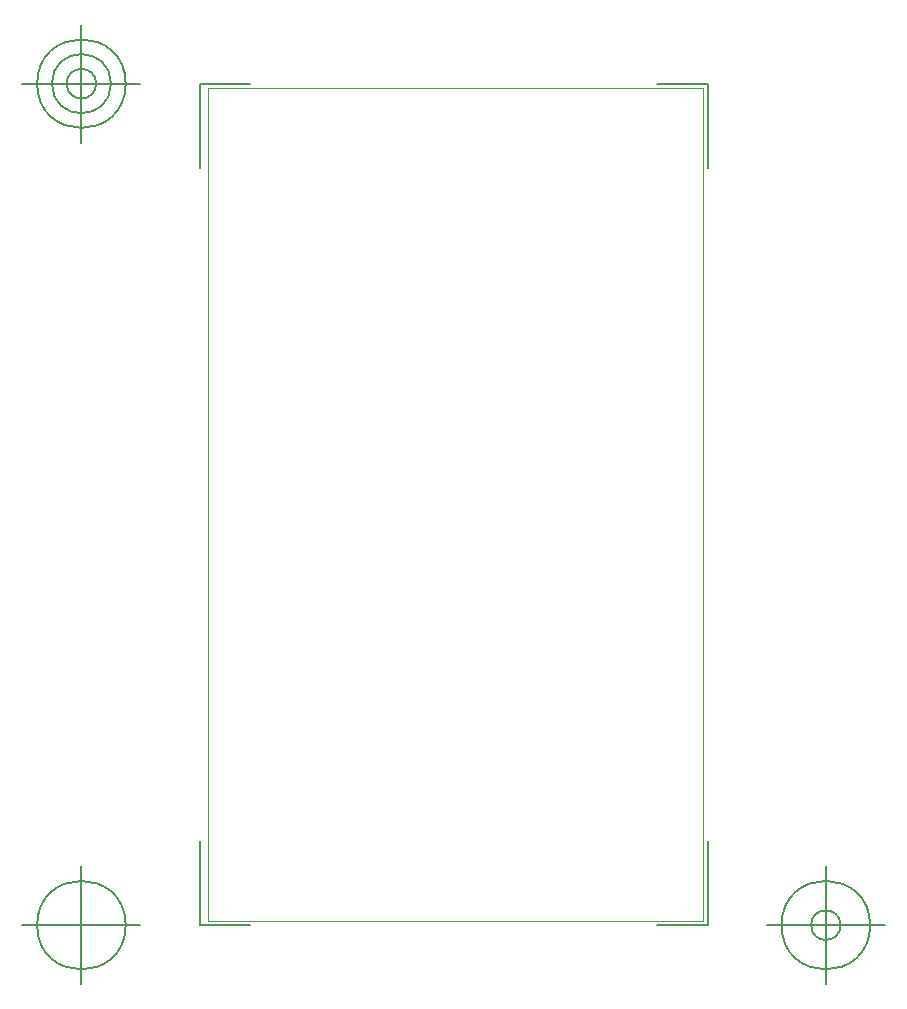
<source format=gbr>
G04 Generated by Ultiboard 11.0 *
%FSLAX25Y25*%
%MOIN*%

%ADD10C,0.00004*%
%ADD11C,0.00500*%


G04 ColorRGB 00FFFF for the following layer *
%LNBoard Outline*%
%LPD*%
%FSLAX25Y25*%
%MOIN*%
G54D10*
X-2500Y-27500D02*
X162500Y-27500D01*
X162500Y-27500D02*
X162500Y250000D01*
X162500Y250000D02*
X-2500Y250000D01*
X-2500Y250000D02*
X-2500Y-27500D01*
G54D11*
X-5400Y-29000D02*
X-5400Y-950D01*
X-5400Y-29000D02*
X11540Y-29000D01*
X164000Y-29000D02*
X147060Y-29000D01*
X164000Y-29000D02*
X164000Y-950D01*
X164000Y251500D02*
X164000Y223450D01*
X164000Y251500D02*
X147060Y251500D01*
X-5400Y251500D02*
X11540Y251500D01*
X-5400Y251500D02*
X-5400Y223450D01*
X-25085Y-29000D02*
X-64455Y-29000D01*
X-44770Y-48685D02*
X-44770Y-9315D01*
X-59534Y-29000D02*
G75*
D01*
G02X-59534Y-29000I14764J0*
G01*
X183685Y-29000D02*
X223055Y-29000D01*
X203370Y-48685D02*
X203370Y-9315D01*
X188606Y-29000D02*
G75*
D01*
G02X188606Y-29000I14764J0*
G01*
X198449Y-29000D02*
G75*
D01*
G02X198449Y-29000I4921J0*
G01*
X-25085Y251500D02*
X-64455Y251500D01*
X-44770Y231815D02*
X-44770Y271185D01*
X-59534Y251500D02*
G75*
D01*
G02X-59534Y251500I14764J0*
G01*
X-54613Y251500D02*
G75*
D01*
G02X-54613Y251500I9843J0*
G01*
X-49691Y251500D02*
G75*
D01*
G02X-49691Y251500I4921J0*
G01*

M00*

</source>
